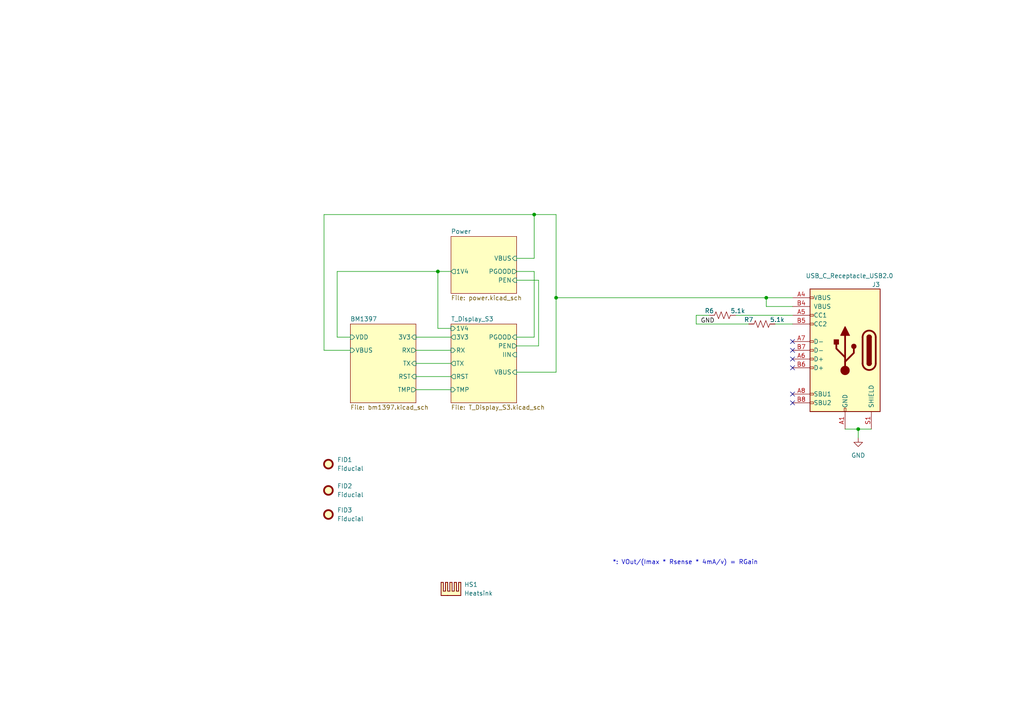
<source format=kicad_sch>
(kicad_sch (version 20231120) (generator "eeschema") (generator_version "8.0")
  (paper "A4")
  (title_block (title "NerdNOS") (date "2024-04-05") (rev "1"))
  (lib_symbols
    (symbol "Device:R_US" (pin_numbers hide) (pin_names (offset 0))
      (property "Reference" "R" (at 2.54 0 90))
      (property "Value" "R_US" (at -2.54 0 90))
      (symbol "R_US_0_1"
        (polyline (pts (xy 0 -2.286) (xy 0 -2.54)))
        (polyline (pts (xy 0 2.286) (xy 0 2.54)))
        (polyline (pts (xy 0 -0.762) (xy 1.016 -1.143) (xy 0 -1.524) (xy -1.016 -1.905) (xy 0 -2.286)))
        (polyline (pts (xy 0 0.762) (xy 1.016 0.381) (xy 0 0) (xy -1.016 -0.381) (xy 0 -0.762)))
        (polyline (pts (xy 0 2.286) (xy 1.016 1.905) (xy 0 1.524) (xy -1.016 1.143) (xy 0 0.762)))
      )
      (symbol "R_US_1_1"
        (pin passive line (at 0 3.81 270) (length 1.27) (name "~") (number "1"))
        (pin passive line (at 0 -3.81 90) (length 1.27) (name "~") (number "2"))
      )
    )
    (symbol "Mechanical:Fiducial" (exclude_from_sim yes) (in_bom no)
      (property "Reference" "FID" (at 0 5.08 0))
      (property "Value" "Fiducial" (at 0 3.175 0))
      (symbol "Fiducial_0_1"
        (circle (center 0 0) (radius 1.27) (stroke (width 0.508)) (fill (type background)))
      )
    )
    (symbol "Mechanical:Heatsink" (pin_names (offset 1.016)) (exclude_from_sim yes)
      (property "Reference" "HS" (at 0 5.08 0))
      (property "Value" "Heatsink" (at 0 -1.27 0))
      (symbol "Heatsink_0_1"
        (polyline (pts (xy -0.3302 1.27) (xy -0.9652 1.27) (xy -0.9652 3.81) (xy -1.6002 3.81) (xy -1.6002 1.27) (xy -2.2352 1.27) (xy -2.2352 3.81) (xy -2.8702 3.81) (xy -2.8702 0) (xy -0.9652 0)) (stroke (width 0.254)) (fill (type background)))
        (polyline (pts (xy -0.3302 1.27) (xy -0.3302 3.81) (xy 0.3048 3.81) (xy 0.3048 1.27) (xy 0.9398 1.27) (xy 0.9398 3.81) (xy 1.5748 3.81) (xy 1.5748 1.27) (xy 2.2098 1.27) (xy 2.2098 3.81) (xy 2.8448 3.81) (xy 2.8448 0) (xy -0.9652 0)) (stroke (width 0.254)) (fill (type background)))
      )
    )
    (symbol "bitaxe:USB_C_Receptacle_USB2.0" (pin_names (offset 1.016))
      (property "Reference" "J" (at -10.16 19.05 0))
      (property "Value" "USB_C_Receptacle_USB2.0" (at 19.05 19.05 0))
      (symbol "USB_C_Receptacle_USB2.0_0_0"
        (rectangle (start -0.254 -17.78) (end 0.254 -16.764))
        (rectangle (start 10.16 -14.986) (end 9.144 -15.494))
        (rectangle (start 10.16 -12.446) (end 9.144 -12.954))
        (rectangle (start 10.16 -4.826) (end 9.144 -5.334))
        (rectangle (start 10.16 -2.286) (end 9.144 -2.794))
        (rectangle (start 10.16 0.254) (end 9.144 -0.254))
        (rectangle (start 10.16 2.794) (end 9.144 2.286))
        (rectangle (start 10.16 7.874) (end 9.144 7.366))
        (rectangle (start 10.16 10.414) (end 9.144 9.906))
        (rectangle (start 10.16 15.494) (end 9.144 14.986))
      )
      (symbol "USB_C_Receptacle_USB2.0_0_1"
        (rectangle (start -10.16 17.78) (end 10.16 -17.78) (stroke (width 0.254)) (fill (type background)))
        (arc (start -8.89 -3.81) (mid -6.985 -5.7067) (end -5.08 -3.81) (stroke (width 0.508)))
        (arc (start -7.62 -3.81) (mid -6.985 -4.4423) (end -6.35 -3.81) (stroke (width 0.254)))
        (arc (start -7.62 -3.81) (mid -6.985 -4.4423) (end -6.35 -3.81) (stroke (width 0.254)) (fill (type outline)))
        (rectangle (start -7.62 -3.81) (end -6.35 3.81) (stroke (width 0.254)) (fill (type outline)))
        (arc (start -6.35 3.81) (mid -6.985 4.4423) (end -7.62 3.81) (stroke (width 0.254)))
        (arc (start -6.35 3.81) (mid -6.985 4.4423) (end -7.62 3.81) (stroke (width 0.254)) (fill (type outline)))
        (arc (start -5.08 3.81) (mid -6.985 5.7067) (end -8.89 3.81) (stroke (width 0.508)))
        (circle (center -2.54 1.143) (radius 0.635) (stroke (width 0.254)) (fill (type outline)))
        (circle (center 0 -5.842) (radius 1.27) (fill (type outline)))
        (polyline (pts (xy -8.89 -3.81) (xy -8.89 3.81)) (stroke (width 0.508)))
        (polyline (pts (xy -5.08 3.81) (xy -5.08 -3.81)) (stroke (width 0.508)))
        (polyline (pts (xy 0 -5.842) (xy 0 4.318)) (stroke (width 0.508)))
        (polyline (pts (xy 0 -3.302) (xy -2.54 -0.762) (xy -2.54 0.508)) (stroke (width 0.508)))
        (polyline (pts (xy 0 -2.032) (xy 2.54 0.508) (xy 2.54 1.778)) (stroke (width 0.508)))
        (polyline (pts (xy -1.27 4.318) (xy 0 6.858) (xy 1.27 4.318) (xy -1.27 4.318)) (stroke (width 0.254)) (fill (type outline)))
        (rectangle (start 1.905 1.778) (end 3.175 3.048) (stroke (width 0.254)) (fill (type outline)))
      )
      (symbol "USB_C_Receptacle_USB2.0_1_1"
        (pin passive line (at 0 -22.86 90) (length 5.08) (name "GND") (number "A1"))
        (pin power_out line (at 15.24 15.24 180) (length 5.08) (name "VBUS") (number "A4"))
        (pin bidirectional line (at 15.24 10.16 180) (length 5.08) (name "CC1") (number "A5"))
        (pin bidirectional line (at 15.24 -2.54 180) (length 5.08) (name "D+") (number "A6"))
        (pin bidirectional line (at 15.24 2.54 180) (length 5.08) (name "D-") (number "A7"))
        (pin bidirectional line (at 15.24 -12.7 180) (length 5.08) (name "SBU1") (number "A8"))
        (pin passive line (at 0 -22.86 90) (length 5.08) hide (name "GND") (number "B1"))
        (pin passive line (at 15.24 12.7 180) (length 5.08) (name "VBUS") (number "B4"))
        (pin bidirectional line (at 15.24 7.62 180) (length 5.08) (name "CC2") (number "B5"))
        (pin bidirectional line (at 15.24 -5.08 180) (length 5.08) (name "D+") (number "B6"))
        (pin bidirectional line (at 15.24 0 180) (length 5.08) (name "D-") (number "B7"))
        (pin bidirectional line (at 15.24 -15.24 180) (length 5.08) (name "SBU2") (number "B8"))
        (pin passive line (at -7.62 -22.86 90) (length 5.08) (name "SHIELD") (number "S1"))
      )
    )
    (symbol "power:GND" (power) (pin_numbers hide) (pin_names (offset 0) hide)
      (property "Value" "GND" (at 0 -3.81 0))
      (symbol "GND_0_1"
        (polyline (pts (xy 0 0) (xy 0 -1.27) (xy 1.27 -1.27) (xy 0 -2.54) (xy -1.27 -1.27) (xy 0 -1.27)))
      )
      (symbol "GND_1_1"
        (pin power_in line (at 0 0 270) (length 0) (name "~") (number "1"))
      )
    )
  )
  (junction (at 161.29 86.36))
  (junction (at 154.94 62.23))
  (junction (at 248.92 124.46))
  (junction (at 127 78.74))
  (junction (at 222.25 86.36))
  (no_connect (at 229.87 101.6))
  (no_connect (at 229.87 99.06))
  (no_connect (at 229.87 106.68))
  (no_connect (at 229.87 114.3))
  (no_connect (at 229.87 104.14))
  (no_connect (at 229.87 116.84))
  (wire (pts (xy 156.21 81.28) (xy 149.86 81.28)))
  (wire (pts (xy 120.65 113.03) (xy 130.81 113.03)))
  (wire (pts (xy 224.79 93.98) (xy 229.87 93.98)))
  (wire (pts (xy 93.98 101.6) (xy 101.6 101.6)))
  (wire (pts (xy 120.65 109.22) (xy 130.81 109.22)))
  (wire (pts (xy 217.17 93.98) (xy 201.93 93.98)))
  (wire (pts (xy 154.94 74.93) (xy 154.94 62.23)))
  (wire (pts (xy 130.81 78.74) (xy 127 78.74)))
  (wire (pts (xy 201.93 93.98) (xy 201.93 91.44)))
  (wire (pts (xy 93.98 62.23) (xy 93.98 101.6)))
  (wire (pts (xy 120.65 101.6) (xy 130.81 101.6)))
  (wire (pts (xy 120.65 105.41) (xy 130.81 105.41)))
  (wire (pts (xy 222.25 86.36) (xy 222.25 88.9)))
  (wire (pts (xy 222.25 88.9) (xy 229.87 88.9)))
  (wire (pts (xy 161.29 86.36) (xy 222.25 86.36)))
  (wire (pts (xy 93.98 62.23) (xy 154.94 62.23)))
  (wire (pts (xy 213.36 91.44) (xy 229.87 91.44)))
  (wire (pts (xy 130.81 95.25) (xy 127 95.25)))
  (wire (pts (xy 120.65 97.79) (xy 130.81 97.79)))
  (wire (pts (xy 156.21 100.33) (xy 156.21 81.28)))
  (wire (pts (xy 149.86 107.95) (xy 161.29 107.95)))
  (wire (pts (xy 248.92 124.46) (xy 248.92 127)))
  (wire (pts (xy 154.94 97.79) (xy 154.94 78.74)))
  (wire (pts (xy 97.79 78.74) (xy 97.79 97.79)))
  (wire (pts (xy 161.29 62.23) (xy 154.94 62.23)))
  (wire (pts (xy 154.94 78.74) (xy 149.86 78.74)))
  (wire (pts (xy 149.86 97.79) (xy 154.94 97.79)))
  (wire (pts (xy 127 78.74) (xy 97.79 78.74)))
  (wire (pts (xy 161.29 62.23) (xy 161.29 86.36)))
  (wire (pts (xy 161.29 86.36) (xy 161.29 107.95)))
  (wire (pts (xy 245.11 124.46) (xy 248.92 124.46)))
  (wire (pts (xy 149.86 74.93) (xy 154.94 74.93)))
  (wire (pts (xy 97.79 97.79) (xy 101.6 97.79)))
  (wire (pts (xy 248.92 124.46) (xy 252.73 124.46)))
  (wire (pts (xy 201.93 91.44) (xy 205.74 91.44)))
  (wire (pts (xy 222.25 86.36) (xy 229.87 86.36)))
  (wire (pts (xy 149.86 100.33) (xy 156.21 100.33)))
  (wire (pts (xy 127 95.25) (xy 127 78.74)))
  (text "*: VOut/(Imax * Rsense * 4mA/v) = RGain" (at 198.755 163.195 0) (effects (font (size 1.27 1.27))))
  (label "GND" (at 203.2 93.98 0))
  (symbol (lib_id "Mechanical:Heatsink") (at 130.81 172.72 0) (unit 1) (exclude_from_sim yes)
    (property "Reference" "HS1" (at 134.62 169.5449 0) (effects (justify left)))
    (property "Value" "Heatsink" (at 134.62 172.0849 0) (effects (justify left)))
    (property "Footprint" "myfootprints:960-19-15-F-AB-0" (effects (hide yes)))
    (property "Description" "Heatsink" (effects (hide yes)))
    (property "DK" "345-1745-ND" (effects (hide yes)))
  )
  (symbol (lib_id "bitaxe:USB_C_Receptacle_USB2.0") (at 245.11 101.6 0) (mirror y) (unit 1)
    (property "Reference" "J3" (at 255.27 82.55 0) (effects (justify left)))
    (property "Value" "USB_C_Receptacle_USB2.0" (at 233.68 80.01 0) (effects (justify right)))
    (property "Footprint" "Connector_USB:USB_C_Receptacle_GCT_USB4105-xx-A_16P_TopMnt_Horizontal" (effects (hide yes)))
    (property "Datasheet" "https://www.usb.org/sites/default/files/documents/usb_type-c.zip" (effects (hide yes)))
    (property "Description" "USB 2.0-only Type-C Receptacle connector" (effects (hide yes)))
    (property "DK" "2073-USB4105-GF-ACT-ND" (effects (hide yes)))
    (property "PARTNO" "USB4105-GF-A" (effects (hide yes)))
  )
  (symbol (lib_id "power:GND") (at 248.92 127 0) (unit 1)
    (property "Reference" "#PWR04" (effects (hide yes)))
    (property "Value" "GND" (at 248.92 132.08 0))
    (property "Description" "Power symbol creates a global label with name \"GND\" , ground" (effects (hide yes)))
  )
  (symbol (lib_id "Device:R_US") (at 209.55 91.44 90) (unit 1)
    (property "Reference" "R6" (at 205.74 90.17 90))
    (property "Value" "5.1k" (at 213.995 90.17 90))
    (property "Footprint" "Resistor_SMD:R_0402_1005Metric" (effects (hide yes)))
    (property "DK" "RMCF0402JT5K10CT-ND" (effects (hide yes)))
    (property "PARTNO" "RMCF0402JT5K10" (effects (hide yes)))
  )
  (symbol (lib_id "Mechanical:Fiducial") (at 95.25 142.24 0) (unit 1) (exclude_from_sim yes) (in_bom no)
    (property "Reference" "FID2" (at 97.79 140.9699 0) (effects (justify left)))
    (property "Value" "Fiducial" (at 97.79 143.5099 0) (effects (justify left)))
    (property "Footprint" "Fiducial:Fiducial_1mm_Mask2mm" (effects (hide yes)))
    (property "Description" "Fiducial Marker" (effects (hide yes)))
  )
  (symbol (lib_id "Device:R_US") (at 220.98 93.98 90) (unit 1)
    (property "Reference" "R7" (at 217.17 92.71 90))
    (property "Value" "5.1k" (at 225.425 92.71 90))
    (property "Footprint" "Resistor_SMD:R_0402_1005Metric" (effects (hide yes)))
    (property "DK" "RMCF0402JT5K10CT-ND" (effects (hide yes)))
    (property "PARTNO" "RMCF0402JT5K10" (effects (hide yes)))
  )
  (symbol (lib_id "Mechanical:Fiducial") (at 95.25 134.62 0) (unit 1) (exclude_from_sim yes) (in_bom no)
    (property "Reference" "FID1" (at 97.79 133.3499 0) (effects (justify left)))
    (property "Value" "Fiducial" (at 97.79 135.8899 0) (effects (justify left)))
    (property "Footprint" "Fiducial:Fiducial_1mm_Mask2mm" (effects (hide yes)))
    (property "Description" "Fiducial Marker" (effects (hide yes)))
  )
  (symbol (lib_id "Mechanical:Fiducial") (at 95.25 149.225 0) (unit 1) (exclude_from_sim yes) (in_bom no)
    (property "Reference" "FID3" (at 97.79 147.9549 0) (effects (justify left)))
    (property "Value" "Fiducial" (at 97.79 150.4949 0) (effects (justify left)))
    (property "Footprint" "Fiducial:Fiducial_1mm_Mask2mm" (effects (hide yes)))
    (property "Description" "Fiducial Marker" (effects (hide yes)))
  )
  (sheet (at 101.6 93.98) (size 19.05 22.86) (stroke (width 0.1524)) (fill (color 255 255 194 1.0000))
    (property "Sheetname" "BM1397" (at 101.6 93.2684 0) (effects (justify left bottom)))
    (property "Sheetfile" "bm1397.kicad_sch" (at 101.6 117.4246 0) (effects (justify left top)))
    (pin "VDD" input (at 101.6 97.79 180))
    (pin "TX" input (at 120.65 105.41 0))
    (pin "3V3" input (at 120.65 97.79 0))
    (pin "RX" output (at 120.65 101.6 0))
    (pin "RST" input (at 120.65 109.22 0))
    (pin "VBUS" input (at 101.6 101.6 180))
    (pin "TMP" output (at 120.65 113.03 0))
  )
  (sheet (at 130.81 68.58) (size 19.05 16.51) (stroke (width 0.1524)) (fill (color 255 255 194 1.0000))
    (property "Sheetname" "Power" (at 130.81 67.8684 0) (effects (justify left bottom)))
    (property "Sheetfile" "power.kicad_sch" (at 130.81 85.6746 0) (effects (justify left top)))
    (pin "VBUS" input (at 149.86 74.93 0))
    (pin "1V4" output (at 130.81 78.74 180))
    (pin "PGOOD" output (at 149.86 78.74 0))
    (pin "PEN" input (at 149.86 81.28 0))
  )
  (sheet (at 130.81 93.98) (size 19.05 22.86) (stroke (width 0.1524)) (fill (color 255 255 194 1.0000))
    (property "Sheetname" "T_Display_S3" (at 130.81 93.2684 0) (effects (justify left bottom)))
    (property "Sheetfile" "T_Display_S3.kicad_sch" (at 130.81 117.4246 0) (effects (justify left top)))
    (pin "VBUS" input (at 149.86 107.95 0))
    (pin "RX" input (at 130.81 101.6 180))
    (pin "TX" output (at 130.81 105.41 180))
    (pin "RST" output (at 130.81 109.22 180))
    (pin "3V3" output (at 130.81 97.79 180))
    (pin "TMP" input (at 130.81 113.03 180))
    (pin "PGOOD" input (at 149.86 97.79 0))
    (pin "PEN" output (at 149.86 100.33 0))
    (pin "IIN" input (at 149.86 102.87 0))
    (pin "1V4" input (at 130.81 95.25 180))
  )
)
</source>
